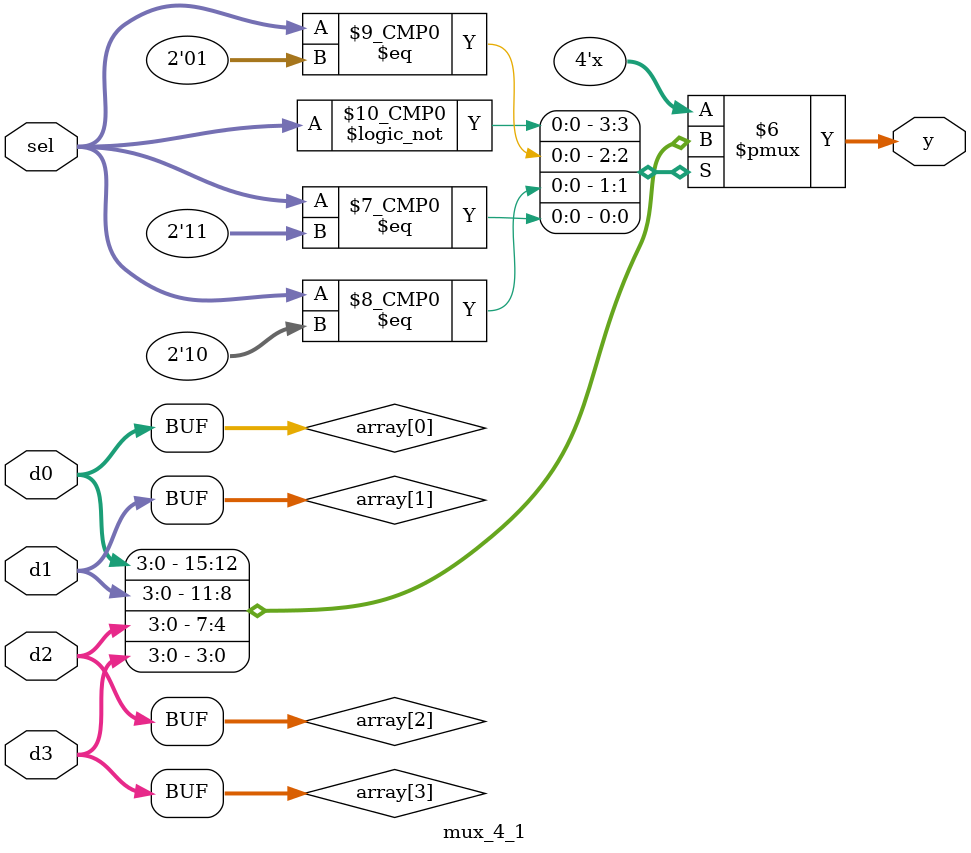
<source format=sv>

module mux_2_1
(
  input  [3:0] d0, d1,
  input        sel,
  output [3:0] y
);

  logic [3:0] d [0:1];

  assign d [0] = d0;
  assign d [1] = d1;

  assign y = d [sel];

endmodule

//----------------------------------------------------------------------------
// Task
//----------------------------------------------------------------------------

module mux_4_1
(
  input  [3:0] d0, d1, d2, d3,
  input  [1:0] sel,
  output [3:0] y
);

  // Task:
  // Using code for mux_2_1 as an example,
  // write code for 4:1 mux using array index

  logic [3:0] array [0:3];

  assign array [0] = d0;
  assign array [1] = d1;
  assign array [2] = d2;
  assign array [3] = d3;

  assign y = array [sel];

endmodule

</source>
